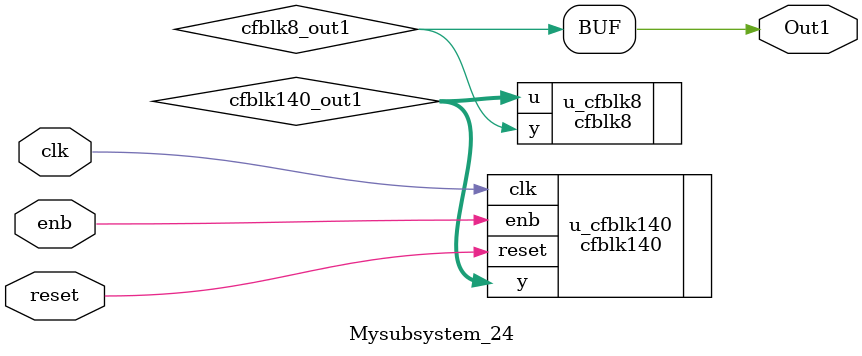
<source format=v>



`timescale 1 ns / 1 ns

module Mysubsystem_24
          (clk,
           reset,
           enb,
           Out1);


  input   clk;
  input   reset;
  input   enb;
  output  Out1;


  wire [15:0] cfblk140_out1;  // uint16
  wire cfblk8_out1;


  cfblk140 u_cfblk140 (.clk(clk),
                       .reset(reset),
                       .enb(enb),
                       .y(cfblk140_out1)  // uint16
                       );

  cfblk8 u_cfblk8 (.u(cfblk140_out1),  // uint16
                   .y(cfblk8_out1)
                   );

  assign Out1 = cfblk8_out1;

endmodule  // Mysubsystem_24


</source>
